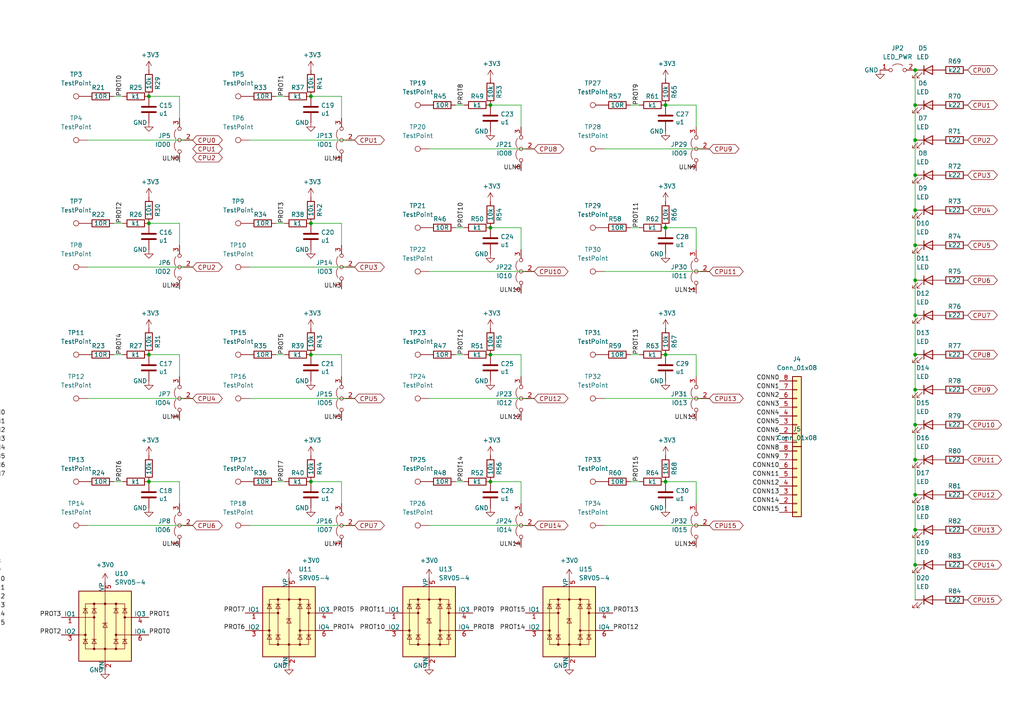
<source format=kicad_sch>
(kicad_sch (version 20211123) (generator eeschema)
  (paper "A4")
  (junction (at 265.43 102.87))
  (junction (at 142.24 66.04))
  (junction (at 265.43 123.19))
  (junction (at 265.43 20.32))
  (junction (at 193.04 102.87))
  (junction (at 142.24 139.7))
  (junction (at 193.04 66.04))
  (junction (at 142.24 102.87))
  (junction (at 43.18 64.77))
  (junction (at 265.43 40.64))
  (junction (at 265.43 50.8))
  (junction (at 90.17 64.77))
  (junction (at 265.43 133.35))
  (junction (at 265.43 81.28))
  (junction (at 193.04 139.7))
  (junction (at 265.43 30.48))
  (junction (at 90.17 102.87))
  (junction (at 90.17 139.7))
  (junction (at 265.43 143.51))
  (junction (at 265.43 113.03))
  (junction (at 193.04 30.48))
  (junction (at 90.17 27.94))
  (junction (at 43.18 102.87))
  (junction (at 265.43 71.12))
  (junction (at 142.24 30.48))
  (junction (at 43.18 27.94))
  (junction (at 43.18 139.7))
  (junction (at 265.43 91.44))
  (junction (at 265.43 163.83))
  (junction (at 265.43 153.67))
  (junction (at 265.43 60.96))
  (wire (pts (xy 124.46 78.74) (xy 154.94 78.74)))
  (wire (pts (xy 33.02 102.87) (xy 35.56 102.87)))
  (wire (pts (xy 90.17 64.77) (xy 99.06 64.77)))
  (wire (pts (xy 72.39 77.47) (xy 102.87 77.47)))
  (wire (pts (xy 265.43 20.32) (xy 265.43 30.48)))
  (wire (pts (xy 182.88 30.48) (xy 185.42 30.48)))
  (wire (pts (xy 151.13 36.83) (xy 151.13 30.48)))
  (wire (pts (xy 175.26 43.18) (xy 205.74 43.18)))
  (wire (pts (xy 25.4 115.57) (xy 55.88 115.57)))
  (wire (pts (xy 151.13 72.39) (xy 151.13 66.04)))
  (wire (pts (xy 265.43 163.83) (xy 265.43 173.99)))
  (wire (pts (xy 33.02 27.94) (xy 35.56 27.94)))
  (wire (pts (xy 43.18 102.87) (xy 52.07 102.87)))
  (wire (pts (xy 43.18 139.7) (xy 52.07 139.7)))
  (wire (pts (xy 124.46 152.4) (xy 154.94 152.4)))
  (wire (pts (xy 80.01 102.87) (xy 82.55 102.87)))
  (wire (pts (xy 182.88 139.7) (xy 185.42 139.7)))
  (wire (pts (xy 175.26 115.57) (xy 205.74 115.57)))
  (wire (pts (xy 80.01 139.7) (xy 82.55 139.7)))
  (wire (pts (xy 72.39 152.4) (xy 102.87 152.4)))
  (wire (pts (xy 182.88 66.04) (xy 185.42 66.04)))
  (wire (pts (xy 175.26 78.74) (xy 205.74 78.74)))
  (wire (pts (xy 193.04 66.04) (xy 201.93 66.04)))
  (wire (pts (xy 142.24 139.7) (xy 151.13 139.7)))
  (wire (pts (xy 193.04 30.48) (xy 201.93 30.48)))
  (wire (pts (xy 52.07 146.05) (xy 52.07 139.7)))
  (wire (pts (xy 99.06 109.22) (xy 99.06 102.87)))
  (wire (pts (xy 182.88 102.87) (xy 185.42 102.87)))
  (wire (pts (xy 265.43 123.19) (xy 265.43 133.35)))
  (wire (pts (xy 124.46 43.18) (xy 154.94 43.18)))
  (wire (pts (xy 43.18 64.77) (xy 52.07 64.77)))
  (wire (pts (xy 33.02 64.77) (xy 35.56 64.77)))
  (wire (pts (xy 265.43 60.96) (xy 265.43 71.12)))
  (wire (pts (xy 132.08 66.04) (xy 134.62 66.04)))
  (wire (pts (xy 193.04 102.87) (xy 201.93 102.87)))
  (wire (pts (xy 52.07 109.22) (xy 52.07 102.87)))
  (wire (pts (xy 99.06 146.05) (xy 99.06 139.7)))
  (wire (pts (xy 265.43 30.48) (xy 265.43 40.64)))
  (wire (pts (xy 132.08 139.7) (xy 134.62 139.7)))
  (wire (pts (xy 99.06 34.29) (xy 99.06 27.94)))
  (wire (pts (xy 265.43 133.35) (xy 265.43 143.51)))
  (wire (pts (xy 90.17 139.7) (xy 99.06 139.7)))
  (wire (pts (xy 265.43 91.44) (xy 265.43 102.87)))
  (wire (pts (xy 99.06 71.12) (xy 99.06 64.77)))
  (wire (pts (xy 193.04 139.7) (xy 201.93 139.7)))
  (wire (pts (xy 124.46 115.57) (xy 154.94 115.57)))
  (wire (pts (xy 265.43 50.8) (xy 265.43 60.96)))
  (wire (pts (xy 43.18 27.94) (xy 52.07 27.94)))
  (wire (pts (xy 132.08 102.87) (xy 134.62 102.87)))
  (wire (pts (xy 265.43 81.28) (xy 265.43 91.44)))
  (wire (pts (xy 142.24 30.48) (xy 151.13 30.48)))
  (wire (pts (xy 265.43 71.12) (xy 265.43 81.28)))
  (wire (pts (xy 25.4 152.4) (xy 55.88 152.4)))
  (wire (pts (xy 132.08 30.48) (xy 134.62 30.48)))
  (wire (pts (xy 201.93 109.22) (xy 201.93 102.87)))
  (wire (pts (xy 265.43 143.51) (xy 265.43 153.67)))
  (wire (pts (xy 80.01 64.77) (xy 82.55 64.77)))
  (wire (pts (xy 25.4 77.47) (xy 55.88 77.47)))
  (wire (pts (xy 72.39 40.64) (xy 102.87 40.64)))
  (wire (pts (xy 33.02 139.7) (xy 35.56 139.7)))
  (wire (pts (xy 201.93 36.83) (xy 201.93 30.48)))
  (wire (pts (xy 265.43 113.03) (xy 265.43 123.19)))
  (wire (pts (xy 52.07 71.12) (xy 52.07 64.77)))
  (wire (pts (xy 201.93 146.05) (xy 201.93 139.7)))
  (wire (pts (xy 265.43 40.64) (xy 265.43 50.8)))
  (wire (pts (xy 90.17 102.87) (xy 99.06 102.87)))
  (wire (pts (xy 151.13 109.22) (xy 151.13 102.87)))
  (wire (pts (xy 52.07 34.29) (xy 52.07 27.94)))
  (wire (pts (xy 151.13 146.05) (xy 151.13 139.7)))
  (wire (pts (xy 25.4 40.64) (xy 55.88 40.64)))
  (wire (pts (xy 201.93 72.39) (xy 201.93 66.04)))
  (wire (pts (xy 90.17 27.94) (xy 99.06 27.94)))
  (wire (pts (xy 142.24 102.87) (xy 151.13 102.87)))
  (wire (pts (xy 175.26 152.4) (xy 205.74 152.4)))
  (wire (pts (xy 72.39 115.57) (xy 102.87 115.57)))
  (wire (pts (xy 265.43 102.87) (xy 265.43 113.03)))
  (wire (pts (xy 80.01 27.94) (xy 82.55 27.94)))
  (wire (pts (xy 142.24 66.04) (xy 151.13 66.04)))
  (wire (pts (xy 265.43 153.67) (xy 265.43 163.83)))
  (label "ULN4" (at -25.4 130.81 180))
  (label "ULN9" (at -26.67 166.37 180))
  (label "CONN9" (at -6.35 166.37 0))
  (label "ULN11" (at 201.93 85.09 180))
  (label "CONN12" (at 226.06 140.97 180))
  (label "ULN2" (at -25.4 125.73 180))
  (label "ULN13" (at 201.93 121.92 180))
  (label "CONN13" (at -6.35 176.53 0))
  (label "ULN10" (at 151.13 85.09 180))
  (label "PROT1" (at 43.18 179.07 0))
  (label "ULN13" (at -26.67 176.53 180))
  (label "CONN0" (at -5.08 120.65 0))
  (label "CONN3" (at -5.08 128.27 0))
  (label "CONN5" (at 226.06 123.19 180))
  (label "PROT8" (at 137.16 182.88 0))
  (label "CONN3" (at 226.06 118.11 180))
  (label "PROT4" (at 35.56 102.87 90))
  (label "ULN3" (at 99.06 83.82 180))
  (label "CONN14" (at 226.06 146.05 180))
  (label "CONN14" (at -6.35 179.07 0))
  (label "CONN7" (at -5.08 138.43 0))
  (label "ULN7" (at -25.4 138.43 180))
  (label "PROT10" (at 134.62 66.04 90))
  (label "ULN8" (at 151.13 49.53 180))
  (label "ULN3" (at -25.4 128.27 180))
  (label "ULN8" (at -26.67 163.83 180))
  (label "ULN15" (at 201.93 158.75 180))
  (label "ULN12" (at 151.13 121.92 180))
  (label "CONN10" (at -6.35 168.91 0))
  (label "CONN2" (at 226.06 115.57 180))
  (label "CONN6" (at 226.06 125.73 180))
  (label "CONN8" (at 226.06 130.81 180))
  (label "PROT5" (at 82.55 102.87 90))
  (label "CONN11" (at 226.06 138.43 180))
  (label "ULN9" (at 201.93 49.53 180))
  (label "PROT6" (at 71.12 182.88 180))
  (label "CONN11" (at -6.35 171.45 0))
  (label "ULN14" (at -26.67 179.07 180))
  (label "PROT12" (at 177.8 182.88 0))
  (label "ULN1" (at -25.4 123.19 180))
  (label "ULN11" (at -26.67 171.45 180))
  (label "PROT0" (at 43.18 184.15 0))
  (label "CONN12" (at -6.35 173.99 0))
  (label "PROT11" (at 111.76 177.8 180))
  (label "PROT6" (at 35.56 139.7 90))
  (label "PROT5" (at 96.52 177.8 0))
  (label "CONN1" (at -5.08 123.19 0))
  (label "ULN0" (at -25.4 120.65 180))
  (label "CONN15" (at -6.35 181.61 0))
  (label "ULN7" (at 99.06 158.75 180))
  (label "CONN1" (at 226.06 113.03 180))
  (label "CONN13" (at 226.06 143.51 180))
  (label "CPU3" (at 89.535 214.63 180))
  (label "ULN5" (at 99.06 121.92 180))
  (label "ULN0" (at 52.07 46.99 180))
  (label "CONN10" (at 226.06 135.89 180))
  (label "CONN6" (at -5.08 135.89 0))
  (label "PROT0" (at 35.56 27.94 90))
  (label "CONN4" (at 226.06 120.65 180))
  (label "CPU4" (at 89.535 219.71 180))
  (label "PROT11" (at 185.42 66.04 90))
  (label "PROT3" (at 82.55 64.77 90))
  (label "PROT14" (at 134.62 139.7 90))
  (label "ULN1" (at 99.06 46.99 180))
  (label "PROT15" (at 185.42 139.7 90))
  (label "CONN0" (at 226.06 110.49 180))
  (label "PROT14" (at 152.4 182.88 180))
  (label "CONN8" (at -6.35 163.83 0))
  (label "PROT2" (at 35.56 64.77 90))
  (label "PROT12" (at 134.62 102.87 90))
  (label "PROT15" (at 152.4 177.8 180))
  (label "PROT10" (at 111.76 182.88 180))
  (label "PROT4" (at 96.52 182.88 0))
  (label "CONN15" (at 226.06 148.59 180))
  (label "PROT8" (at 134.62 30.48 90))
  (label "PROT7" (at 71.12 177.8 180))
  (label "PROT13" (at 177.8 177.8 0))
  (label "ULN5" (at -25.4 133.35 180))
  (label "PROT3" (at 17.78 179.07 180))
  (label "ULN6" (at -25.4 135.89 180))
  (label "CONN7" (at 226.06 128.27 180))
  (label "ULN4" (at 52.07 121.92 180))
  (label "PROT13" (at 185.42 102.87 90))
  (label "CONN5" (at -5.08 133.35 0))
  (label "PROT1" (at 82.55 27.94 90))
  (label "PROT2" (at 17.78 184.15 180))
  (label "ULN10" (at -26.67 168.91 180))
  (label "CONN4" (at -5.08 130.81 0))
  (label "PROT9" (at 185.42 30.48 90))
  (label "PROT7" (at 82.55 139.7 90))
  (label "CONN2" (at -5.08 125.73 0))
  (label "ULN14" (at 151.13 158.75 180))
  (label "CONN9" (at 226.06 133.35 180))
  (label "ULN12" (at -26.67 173.99 180))
  (label "ULN15" (at -26.67 181.61 180))
  (label "ULN6" (at 52.07 158.75 180))
  (label "PROT9" (at 137.16 177.8 0))
  (label "ULN2" (at 52.07 83.82 180))
  (global_label "CPU8" (shape bidirectional) (at 154.94 43.18 0) (property "Intersheet References" "${INTERSHEET_REFS}" (effects hide)))
  (global_label "CPU5" (shape bidirectional) (at 280.67 71.12 0) (property "Intersheet References" "${INTERSHEET_REFS}" (effects hide)))
  (global_label "CPU6" (shape bidirectional) (at 55.88 152.4 0) (property "Intersheet References" "${INTERSHEET_REFS}" (effects hide)))
  (global_label "CPU3" (shape bidirectional) (at 280.67 50.8 0) (property "Intersheet References" "${INTERSHEET_REFS}" (effects hide)))
  (global_label "CPU9" (shape bidirectional) (at 205.74 43.18 0) (property "Intersheet References" "${INTERSHEET_REFS}" (effects hide)))
  (global_label "CPU9" (shape bidirectional) (at 280.67 113.03 0) (property "Intersheet References" "${INTERSHEET_REFS}" (effects hide)))
  (global_label "CPU0" (shape bidirectional) (at 55.88 40.64 0) (property "Intersheet References" "${INTERSHEET_REFS}" (effects hide)))
  (global_label "CPU2" (shape bidirectional) (at 55.88 77.47 0) (property "Intersheet References" "${INTERSHEET_REFS}" (effects hide)))
  (global_label "CPU13" (shape bidirectional) (at 205.74 115.57 0) (property "Intersheet References" "${INTERSHEET_REFS}" (effects hide)))
  (global_label "CPU5" (shape bidirectional) (at 102.87 115.57 0) (property "Intersheet References" "${INTERSHEET_REFS}" (effects hide)))
  (global_label "CPU1" (shape bidirectional) (at 55.88 43.18 0) (property "Intersheet References" "${INTERSHEET_REFS}" (effects hide)))
  (global_label "CPU6" (shape bidirectional) (at 280.67 81.28 0) (property "Intersheet References" "${INTERSHEET_REFS}" (effects hide)))
  (global_label "CPU7" (shape bidirectional) (at 280.67 91.44 0) (property "Intersheet References" "${INTERSHEET_REFS}" (effects hide)))
  (global_label "CPU4" (shape bidirectional) (at 55.88 115.57 0) (property "Intersheet References" "${INTERSHEET_REFS}" (effects hide)))
  (global_label "CPU0" (shape bidirectional) (at 280.67 20.32 0) (property "Intersheet References" "${INTERSHEET_REFS}" (effects hide)))
  (global_label "CPU14" (shape bidirectional) (at 154.94 152.4 0) (property "Intersheet References" "${INTERSHEET_REFS}" (effects hide)))
  (global_label "CPU12" (shape bidirectional) (at 280.67 143.51 0) (property "Intersheet References" "${INTERSHEET_REFS}" (effects hide)))
  (global_label "CPU15" (shape bidirectional) (at 205.74 152.4 0) (property "Intersheet References" "${INTERSHEET_REFS}" (effects hide)))
  (global_label "CPU8" (shape bidirectional) (at 280.67 102.87 0) (property "Intersheet References" "${INTERSHEET_REFS}" (effects hide)))
  (global_label "CPU11" (shape bidirectional) (at 280.67 133.35 0) (property "Intersheet References" "${INTERSHEET_REFS}" (effects hide)))
  (global_label "CPU15" (shape bidirectional) (at 280.67 173.99 0) (property "Intersheet References" "${INTERSHEET_REFS}" (effects hide)))
  (global_label "CPU1" (shape bidirectional) (at 102.87 40.64 0) (property "Intersheet References" "${INTERSHEET_REFS}" (effects hide)))
  (global_label "CPU1" (shape bidirectional) (at 280.67 30.48 0) (property "Intersheet References" "${INTERSHEET_REFS}" (effects hide)))
  (global_label "CPU10" (shape bidirectional) (at 154.94 78.74 0) (property "Intersheet References" "${INTERSHEET_REFS}" (effects hide)))
  (global_label "CPU12" (shape bidirectional) (at 154.94 115.57 0) (property "Intersheet References" "${INTERSHEET_REFS}" (effects hide)))
  (global_label "CPU4" (shape bidirectional) (at 280.67 60.96 0) (property "Intersheet References" "${INTERSHEET_REFS}" (effects hide)))
  (global_label "CPU3" (shape bidirectional) (at 102.87 77.47 0) (property "Intersheet References" "${INTERSHEET_REFS}" (effects hide)))
  (global_label "CPU14" (shape bidirectional) (at 280.67 163.83 0) (property "Intersheet References" "${INTERSHEET_REFS}" (effects hide)))
  (global_label "CPU11" (shape bidirectional) (at 205.74 78.74 0) (property "Intersheet References" "${INTERSHEET_REFS}" (effects hide)))
  (global_label "CPU7" (shape bidirectional) (at 102.87 152.4 0) (property "Intersheet References" "${INTERSHEET_REFS}" (effects hide)))
  (global_label "CPU10" (shape bidirectional) (at 280.67 123.19 0) (property "Intersheet References" "${INTERSHEET_REFS}" (effects hide)))
  (global_label "CPU2" (shape bidirectional) (at 280.67 40.64 0) (property "Intersheet References" "${INTERSHEET_REFS}" (effects hide)))
  (global_label "CPU2" (shape bidirectional) (at 55.88 45.72 0) (property "Intersheet References" "${INTERSHEET_REFS}" (effects hide)))
  (global_label "CPU13" (shape bidirectional) (at 280.67 153.67 0) (property "Intersheet References" "${INTERSHEET_REFS}" (effects hide)))
  (symbol (lib_id "Device:R") (at 76.2 102.87 270) (unit 1)
    (property "Reference" "R35" (at 77.47 100.33 90) (effects (justify right)))
    (property "Value" "10R" (at 76.2 102.87 90))
    (property "Footprint" "Resistor_SMD:R_0402_1005Metric" (effects hide))
  )
  (symbol (lib_id "power:+24V") (at -6.35 161.29 0) (unit 1)
    (property "Reference" "#PWR0160" (effects hide))
    (property "Value" "+24V" (at -6.35 156.21 0))
  )
  (symbol (lib_id "power:+3V3") (at 90.17 132.08 0) (unit 1)
    (property "Reference" "#PWR0144" (effects hide))
    (property "Value" "+3V3" (at 90.551 127.6858 0))
  )
  (symbol (lib_id "power:+3V3") (at 142.24 58.42 0) (unit 1)
    (property "Reference" "#PWR0182" (effects hide))
    (property "Value" "+3V3" (at 142.621 54.0258 0))
  )
  (symbol (lib_id "Connector:TestPoint") (at 25.4 139.7 90) (mirror x) (unit 1)
    (property "Reference" "TP13" (at 22.098 133.35 90))
    (property "Value" "TestPoint" (at 22.098 135.89 90))
    (property "Footprint" "liebler_PASSIVES:SolderJumper-3_forMCConnector" (effects hide))
  )
  (symbol (lib_id "Jumper:Jumper_3_Open") (at 52.07 40.64 90) (unit 1)
    (property "Reference" "JP5" (at 49.53 39.3699 90) (effects (justify left)))
    (property "Value" "IO00" (at 49.53 41.9099 90) (effects (justify left)))
    (property "Footprint" "liebler_PASSIVES:SolderJumper-3_P1.3mm_Open_RoundedPad1.0x1.5mm_smaller" (effects hide))
  )
  (symbol (lib_id "power:GND") (at 43.18 110.49 0) (unit 1)
    (property "Reference" "#PWR0142" (effects hide))
    (property "Value" "GND" (at 40.64 110.49 0))
  )
  (symbol (lib_id "Device:R") (at 76.2 139.7 270) (unit 1)
    (property "Reference" "R36" (at 77.47 137.16 90) (effects (justify right)))
    (property "Value" "10R" (at 76.2 139.7 90))
    (property "Footprint" "Resistor_SMD:R_0402_1005Metric" (effects hide))
  )
  (symbol (lib_id "Device:LED") (at 269.24 50.8 0) (unit 1)
    (property "Reference" "D8" (at 267.6525 44.45 0))
    (property "Value" "LED" (at 267.6525 46.99 0))
    (property "Footprint" "liebler_OPTO:LED_1606" (effects hide))
  )
  (symbol (lib_id "power:+3V3") (at 142.24 22.86 0) (unit 1)
    (property "Reference" "#PWR0184" (effects hide))
    (property "Value" "+3V3" (at 142.621 18.4658 0))
  )
  (symbol (lib_id "Jumper:Jumper_3_Open") (at 151.13 78.74 90) (unit 1)
    (property "Reference" "JP22" (at 148.59 77.4699 90) (effects (justify left)))
    (property "Value" "IO10" (at 148.59 80.0099 90) (effects (justify left)))
    (property "Footprint" "liebler_PASSIVES:SolderJumper-3_P1.3mm_Open_RoundedPad1.0x1.5mm_smaller" (effects hide))
  )
  (symbol (lib_id "Device:C") (at 193.04 106.68 0) (unit 1)
    (property "Reference" "C29" (at 195.961 105.5116 0) (effects (justify left)))
    (property "Value" "u1" (at 195.961 107.823 0) (effects (justify left)))
    (property "Footprint" "Capacitor_SMD:C_0402_1005Metric" (effects hide))
  )
  (symbol (lib_id "power:GND") (at 193.04 110.49 0) (unit 1)
    (property "Reference" "#PWR0173" (effects hide))
    (property "Value" "GND" (at 190.5 110.49 0))
  )
  (symbol (lib_id "power:GND") (at 90.17 110.49 0) (unit 1)
    (property "Reference" "#PWR0143" (effects hide))
    (property "Value" "GND" (at 87.63 110.49 0))
  )
  (symbol (lib_id "Transistor_Array:ULN2803A") (at -16.51 168.91 0) (unit 1)
    (property "Reference" "U8" (at -16.51 153.67 0))
    (property "Value" "ULN2803A" (at -16.51 156.21 0))
    (property "Footprint" "Package_SO:SOIC-18W_7.5x11.6mm_P1.27mm" (effects hide))
    (property "Datasheet" "http://www.ti.com/lit/ds/symlink/uln2803a.pdf" (effects hide))
  )
  (symbol (lib_id "power:GND") (at 142.24 73.66 0) (unit 1)
    (property "Reference" "#PWR0181" (effects hide))
    (property "Value" "GND" (at 139.7 73.66 0))
  )
  (symbol (lib_id "Device:LED") (at 269.24 153.67 0) (unit 1)
    (property "Reference" "D18" (at 267.6525 147.32 0))
    (property "Value" "LED" (at 267.6525 149.86 0))
    (property "Footprint" "liebler_OPTO:LED_1606" (effects hide))
  )
  (symbol (lib_id "power:GND") (at 255.27 20.32 0) (unit 1)
    (property "Reference" "#PWR03" (effects hide))
    (property "Value" "GND" (at 252.73 20.32 0))
  )
  (symbol (lib_id "Device:C") (at 193.04 143.51 0) (unit 1)
    (property "Reference" "C30" (at 195.961 142.3416 0) (effects (justify left)))
    (property "Value" "u1" (at 195.961 144.653 0) (effects (justify left)))
    (property "Footprint" "Capacitor_SMD:C_0402_1005Metric" (effects hide))
  )
  (symbol (lib_id "Connector_Generic:Conn_01x08") (at 231.14 120.65 0) (mirror x) (unit 1)
    (property "Reference" "J4" (at 231.14 104.14 0))
    (property "Value" "Conn_01x08" (at 231.14 106.68 0))
    (property "Footprint" "liebler_CONN:KF141R-8p" (effects hide))
  )
  (symbol (lib_id "Device:C") (at 90.17 106.68 0) (unit 1)
    (property "Reference" "C21" (at 93.091 105.5116 0) (effects (justify left)))
    (property "Value" "u1" (at 93.091 107.823 0) (effects (justify left)))
    (property "Footprint" "Capacitor_SMD:C_0402_1005Metric" (effects hide))
  )
  (symbol (lib_id "Device:C") (at 193.04 34.29 0) (unit 1)
    (property "Reference" "C27" (at 195.961 33.1216 0) (effects (justify left)))
    (property "Value" "u1" (at 195.961 35.433 0) (effects (justify left)))
    (property "Footprint" "Capacitor_SMD:C_0402_1005Metric" (effects hide))
  )
  (symbol (lib_id "power:GND") (at 142.24 147.32 0) (unit 1)
    (property "Reference" "#PWR0154" (effects hide))
    (property "Value" "GND" (at 139.7 147.32 0))
  )
  (symbol (lib_id "Device:R") (at 90.17 24.13 180) (unit 1)
    (property "Reference" "R41" (at 92.71 24.13 90))
    (property "Value" "10k" (at 90.17 24.13 90))
    (property "Footprint" "Resistor_SMD:R_0402_1005Metric" (effects hide))
  )
  (symbol (lib_id "Device:R") (at 276.86 50.8 270) (unit 1)
    (property "Reference" "R72" (at 276.86 48.26 90))
    (property "Value" "k22" (at 276.86 50.8 90))
    (property "Footprint" "Resistor_SMD:R_0402_1005Metric" (effects hide))
  )
  (symbol (lib_id "power:+3V3") (at 90.17 57.15 0) (unit 1)
    (property "Reference" "#PWR0178" (effects hide))
    (property "Value" "+3V3" (at 90.551 52.7558 0))
  )
  (symbol (lib_id "Device:R") (at 276.86 143.51 270) (unit 1)
    (property "Reference" "R81" (at 276.86 140.97 90))
    (property "Value" "k22" (at 276.86 143.51 90))
    (property "Footprint" "Resistor_SMD:R_0402_1005Metric" (effects hide))
  )
  (symbol (lib_id "Device:C") (at 193.04 69.85 0) (unit 1)
    (property "Reference" "C28" (at 195.961 68.6816 0) (effects (justify left)))
    (property "Value" "u1" (at 195.961 70.993 0) (effects (justify left)))
    (property "Footprint" "Capacitor_SMD:C_0402_1005Metric" (effects hide))
  )
  (symbol (lib_id "power:+3V3") (at 193.04 132.08 0) (unit 1)
    (property "Reference" "#PWR0171" (effects hide))
    (property "Value" "+3V3" (at 193.421 127.6858 0))
  )
  (symbol (lib_id "Device:C") (at 142.24 34.29 0) (unit 1)
    (property "Reference" "C23" (at 145.161 33.1216 0) (effects (justify left)))
    (property "Value" "u1" (at 145.161 35.433 0) (effects (justify left)))
    (property "Footprint" "Capacitor_SMD:C_0402_1005Metric" (effects hide))
  )
  (symbol (lib_id "Jumper:Jumper_3_Open") (at 99.06 152.4 90) (unit 1)
    (property "Reference" "JP16" (at 96.52 151.1299 90) (effects (justify left)))
    (property "Value" "IO07" (at 96.52 153.6699 90) (effects (justify left)))
    (property "Footprint" "liebler_PASSIVES:SolderJumper-3_P1.3mm_Open_RoundedPad1.0x1.5mm_smaller" (effects hide))
  )
  (symbol (lib_id "Connector:TestPoint") (at 175.26 30.48 90) (mirror x) (unit 1)
    (property "Reference" "TP27" (at 171.958 24.13 90))
    (property "Value" "TestPoint" (at 171.958 26.67 90))
    (property "Footprint" "liebler_PASSIVES:SolderJumper-3_forMCConnector" (effects hide))
  )
  (symbol (lib_id "Device:R") (at 142.24 62.23 180) (unit 1)
    (property "Reference" "R54" (at 144.78 62.23 90))
    (property "Value" "10k" (at 142.24 62.23 90))
    (property "Footprint" "Resistor_SMD:R_0402_1005Metric" (effects hide))
  )
  (symbol (lib_id "Transistor_Array:ULN2803A") (at -15.24 125.73 0) (unit 1)
    (property "Reference" "U9" (at -15.24 110.49 0))
    (property "Value" "ULN2803A" (at -15.24 113.03 0))
    (property "Footprint" "Package_SO:SOIC-18W_7.5x11.6mm_P1.27mm" (effects hide))
    (property "Datasheet" "http://www.ti.com/lit/ds/symlink/uln2803a.pdf" (effects hide))
  )
  (symbol (lib_id "Connector:TestPoint") (at 72.39 64.77 90) (mirror x) (unit 1)
    (property "Reference" "TP9" (at 69.088 58.42 90))
    (property "Value" "TestPoint" (at 69.088 60.96 90))
    (property "Footprint" "liebler_PASSIVES:SolderJumper-3_forMCConnector" (effects hide))
  )
  (symbol (lib_id "power:GND") (at 193.04 38.1 0) (unit 1)
    (property "Reference" "#PWR0185" (effects hide))
    (property "Value" "GND" (at 190.5 38.1 0))
  )
  (symbol (lib_id "Jumper:Jumper_2_Open") (at 260.35 20.32 0) (unit 1)
    (property "Reference" "JP2" (at 260.35 13.97 0))
    (property "Value" "LED_PWR" (at 260.35 16.51 0))
    (property "Footprint" "Jumper:SolderJumper-2_P1.3mm_Open_RoundedPad1.0x1.5mm" (effects hide))
  )
  (symbol (lib_id "Power_Protection:SRV05-4") (at 165.1 180.34 0) (unit 1)
    (property "Reference" "U15" (at 167.8687 165.1 0) (effects (justify left)))
    (property "Value" "SRV05-4" (at 167.8687 167.64 0) (effects (justify left)))
    (property "Footprint" "liebler_SEMICONDUCTORS:SOT-23-6-spezial" (effects hide))
    (property "Datasheet" "http://www.onsemi.com/pub/Collateral/SRV05-4-D.PDF" (effects hide))
  )
  (symbol (lib_id "Device:LED") (at 269.24 91.44 0) (unit 1)
    (property "Reference" "D12" (at 267.6525 85.09 0))
    (property "Value" "LED" (at 267.6525 87.63 0))
    (property "Footprint" "liebler_OPTO:LED_1606" (effects hide))
  )
  (symbol (lib_id "power:+3V0") (at 30.48 168.91 0) (unit 1)
    (property "Reference" "#PWR0158" (effects hide))
    (property "Value" "+3V0" (at 30.48 163.83 0))
  )
  (symbol (lib_id "Device:R") (at 179.07 139.7 270) (unit 1)
    (property "Reference" "R60" (at 180.34 137.16 90) (effects (justify right)))
    (property "Value" "10R" (at 179.07 139.7 90))
    (property "Footprint" "Resistor_SMD:R_0402_1005Metric" (effects hide))
  )
  (symbol (lib_id "Device:R") (at 39.37 139.7 270) (unit 1)
    (property "Reference" "R28" (effects hide))
    (property "Value" "k1" (at 39.37 139.7 90))
    (property "Footprint" "Resistor_SMD:R_0402_1005Metric" (effects hide))
  )
  (symbol (lib_id "Device:R") (at 142.24 26.67 180) (unit 1)
    (property "Reference" "R53" (at 144.78 26.67 90))
    (property "Value" "10k" (at 142.24 26.67 90))
    (property "Footprint" "Resistor_SMD:R_0402_1005Metric" (effects hide))
  )
  (symbol (lib_id "Connector:TestPoint") (at 72.39 152.4 90) (unit 1)
    (property "Reference" "TP18" (at 69.088 146.05 90))
    (property "Value" "TestPoint" (at 69.088 148.59 90))
    (property "Footprint" "liebler_PASSIVES:SolderJumper-3_forMCConnector" (effects hide))
  )
  (symbol (lib_id "Connector:TestPoint") (at 124.46 30.48 90) (mirror x) (unit 1)
    (property "Reference" "TP19" (at 121.158 24.13 90))
    (property "Value" "TestPoint" (at 121.158 26.67 90))
    (property "Footprint" "liebler_PASSIVES:SolderJumper-3_forMCConnector" (effects hide))
  )
  (symbol (lib_id "Connector:TestPoint") (at 175.26 115.57 90) (unit 1)
    (property "Reference" "TP32" (at 171.958 109.22 90))
    (property "Value" "TestPoint" (at 171.958 111.76 90))
    (property "Footprint" "liebler_PASSIVES:SolderJumper-3_forMCConnector" (effects hide))
  )
  (symbol (lib_id "Device:R") (at 90.17 135.89 180) (unit 1)
    (property "Reference" "R44" (at 92.71 135.89 90))
    (property "Value" "10k" (at 90.17 135.89 90))
    (property "Footprint" "Resistor_SMD:R_0402_1005Metric" (effects hide))
  )
  (symbol (lib_id "power:+3V0") (at 165.1 167.64 0) (unit 1)
    (property "Reference" "#PWR0169" (effects hide))
    (property "Value" "+3V0" (at 165.1 162.56 0))
  )
  (symbol (lib_id "Connector:TestPoint") (at 124.46 43.18 90) (unit 1)
    (property "Reference" "TP20" (at 121.158 36.83 90))
    (property "Value" "TestPoint" (at 121.158 39.37 90))
    (property "Footprint" "liebler_PASSIVES:SolderJumper-3_forMCConnector" (effects hide))
  )
  (symbol (lib_id "power:+24V") (at -5.08 118.11 0) (unit 1)
    (property "Reference" "#PWR0161" (effects hide))
    (property "Value" "+24V" (at -5.08 113.03 0))
  )
  (symbol (lib_id "Device:R") (at 138.43 139.7 270) (unit 1)
    (property "Reference" "R52" (at 138.43 137.16 90))
    (property "Value" "k1" (at 138.43 139.7 90))
    (property "Footprint" "Resistor_SMD:R_0402_1005Metric" (effects hide))
  )
  (symbol (lib_id "Device:C") (at 43.18 106.68 0) (unit 1)
    (property "Reference" "C17" (at 46.101 105.5116 0) (effects (justify left)))
    (property "Value" "u1" (at 46.101 107.823 0) (effects (justify left)))
    (property "Footprint" "Capacitor_SMD:C_0402_1005Metric" (effects hide))
  )
  (symbol (lib_id "Device:C") (at 90.17 143.51 0) (unit 1)
    (property "Reference" "C22" (at 93.091 142.3416 0) (effects (justify left)))
    (property "Value" "u1" (at 93.091 144.653 0) (effects (justify left)))
    (property "Footprint" "Capacitor_SMD:C_0402_1005Metric" (effects hide))
  )
  (symbol (lib_id "power:GND") (at 193.04 147.32 0) (unit 1)
    (property "Reference" "#PWR0170" (effects hide))
    (property "Value" "GND" (at 190.5 147.32 0))
  )
  (symbol (lib_id "power:+3V3") (at 142.24 132.08 0) (unit 1)
    (property "Reference" "#PWR0155" (effects hide))
    (property "Value" "+3V3" (at 142.621 127.6858 0))
  )
  (symbol (lib_id "power:+3V3") (at 43.18 20.32 0) (unit 1)
    (property "Reference" "#PWR0177" (effects hide))
    (property "Value" "+3V3" (at 43.561 15.9258 0))
  )
  (symbol (lib_id "Device:R") (at 179.07 102.87 270) (unit 1)
    (property "Reference" "R59" (at 180.34 100.33 90) (effects (justify right)))
    (property "Value" "10R" (at 179.07 102.87 90))
    (property "Footprint" "Resistor_SMD:R_0402_1005Metric" (effects hide))
  )
  (symbol (lib_id "Device:R") (at 193.04 62.23 180) (unit 1)
    (property "Reference" "R66" (at 195.58 62.23 90))
    (property "Value" "10k" (at 193.04 62.23 90))
    (property "Footprint" "Resistor_SMD:R_0402_1005Metric" (effects hide))
  )
  (symbol (lib_id "Device:R") (at 276.86 123.19 270) (unit 1)
    (property "Reference" "R79" (at 276.86 120.65 90))
    (property "Value" "k22" (at 276.86 123.19 90))
    (property "Footprint" "Resistor_SMD:R_0402_1005Metric" (effects hide))
  )
  (symbol (lib_id "Connector:TestPoint") (at 124.46 115.57 90) (unit 1)
    (property "Reference" "TP24" (at 121.158 109.22 90))
    (property "Value" "TestPoint" (at 121.158 111.76 90))
    (property "Footprint" "liebler_PASSIVES:SolderJumper-3_forMCConnector" (effects hide))
  )
  (symbol (lib_id "Device:R") (at 276.86 40.64 270) (unit 1)
    (property "Reference" "R71" (at 276.86 38.1 90))
    (property "Value" "k22" (at 276.86 40.64 90))
    (property "Footprint" "Resistor_SMD:R_0402_1005Metric" (effects hide))
  )
  (symbol (lib_id "Jumper:Jumper_3_Open") (at 99.06 115.57 90) (unit 1)
    (property "Reference" "JP15" (at 96.52 114.2999 90) (effects (justify left)))
    (property "Value" "IO05" (at 96.52 116.8399 90) (effects (justify left)))
    (property "Footprint" "liebler_PASSIVES:SolderJumper-3_P1.3mm_Open_RoundedPad1.0x1.5mm_smaller" (effects hide))
  )
  (symbol (lib_id "Jumper:Jumper_3_Open") (at 201.93 78.74 90) (unit 1)
    (property "Reference" "JP30" (at 199.39 77.4699 90) (effects (justify left)))
    (property "Value" "IO11" (at 199.39 80.0099 90) (effects (justify left)))
    (property "Footprint" "liebler_PASSIVES:SolderJumper-3_P1.3mm_Open_RoundedPad1.0x1.5mm_smaller" (effects hide))
  )
  (symbol (lib_id "Device:R") (at 43.18 135.89 180) (unit 1)
    (property "Reference" "R32" (effects hide))
    (property "Value" "10k" (at 43.18 135.89 90))
    (property "Footprint" "Resistor_SMD:R_0402_1005Metric" (effects hide))
  )
  (symbol (lib_id "Device:LED") (at 269.24 163.83 0) (unit 1)
    (property "Reference" "D19" (at 267.6525 157.48 0))
    (property "Value" "LED" (at 267.6525 160.02 0))
    (property "Footprint" "liebler_OPTO:LED_1606" (effects hide))
  )
  (symbol (lib_id "Jumper:Jumper_3_Open") (at 99.06 77.47 90) (unit 1)
    (property "Reference" "JP14" (at 96.52 76.1999 90) (effects (justify left)))
    (property "Value" "IO03" (at 96.52 78.7399 90) (effects (justify left)))
    (property "Footprint" "liebler_PASSIVES:SolderJumper-3_P1.3mm_Open_RoundedPad1.0x1.5mm_smaller" (effects hide))
  )
  (symbol (lib_id "Device:R") (at 39.37 64.77 270) (unit 1)
    (property "Reference" "R26" (at 39.37 62.23 90))
    (property "Value" "k1" (at 39.37 64.77 90))
    (property "Footprint" "Resistor_SMD:R_0402_1005Metric" (effects hide))
  )
  (symbol (lib_id "power:GND") (at 43.18 35.56 0) (unit 1)
    (property "Reference" "#PWR0176" (effects hide))
    (property "Value" "GND" (at 40.64 35.56 0))
  )
  (symbol (lib_id "Connector:TestPoint") (at 72.39 102.87 90) (mirror x) (unit 1)
    (property "Reference" "TP15" (at 69.088 96.52 90))
    (property "Value" "TestPoint" (at 69.088 99.06 90))
    (property "Footprint" "liebler_PASSIVES:SolderJumper-3_forMCConnector" (effects hide))
  )
  (symbol (lib_id "Connector:TestPoint") (at 72.39 77.47 90) (unit 1)
    (property "Reference" "TP10" (at 69.088 71.12 90))
    (property "Value" "TestPoint" (at 69.088 73.66 90))
    (property "Footprint" "liebler_PASSIVES:SolderJumper-3_forMCConnector" (effects hide))
  )
  (symbol (lib_id "Connector:TestPoint") (at 25.4 27.94 90) (mirror x) (unit 1)
    (property "Reference" "TP3" (at 22.098 21.59 90))
    (property "Value" "TestPoint" (at 22.098 24.13 90))
    (property "Footprint" "liebler_PASSIVES:SolderJumper-3_forMCConnector" (effects hide))
  )
  (symbol (lib_id "power:+3V3") (at 193.04 95.25 0) (unit 1)
    (property "Reference" "#PWR0174" (effects hide))
    (property "Value" "+3V3" (at 193.421 90.8558 0))
  )
  (symbol (lib_id "Device:C") (at 142.24 106.68 0) (unit 1)
    (property "Reference" "C25" (at 145.161 105.5116 0) (effects (justify left)))
    (property "Value" "u1" (at 145.161 107.823 0) (effects (justify left)))
    (property "Footprint" "Capacitor_SMD:C_0402_1005Metric" (effects hide))
  )
  (symbol (lib_id "Device:LED") (at 269.24 71.12 0) (unit 1)
    (property "Reference" "D10" (at 267.6525 64.77 0))
    (property "Value" "LED" (at 267.6525 67.31 0))
    (property "Footprint" "liebler_OPTO:LED_1606" (effects hide))
  )
  (symbol (lib_id "Connector:TestPoint") (at 72.39 115.57 90) (unit 1)
    (property "Reference" "TP16" (at 69.088 109.22 90))
    (property "Value" "TestPoint" (at 69.088 111.76 90))
    (property "Footprint" "liebler_PASSIVES:SolderJumper-3_forMCConnector" (effects hide))
  )
  (symbol (lib_id "Connector:TestPoint") (at 25.4 115.57 90) (unit 1)
    (property "Reference" "TP12" (at 22.098 109.22 90))
    (property "Value" "TestPoint" (at 22.098 111.76 90))
    (property "Footprint" "liebler_PASSIVES:SolderJumper-3_forMCConnector" (effects hide))
  )
  (symbol (lib_id "Device:R") (at 189.23 139.7 270) (unit 1)
    (property "Reference" "R64" (at 189.23 137.16 90))
    (property "Value" "k1" (at 189.23 139.7 90))
    (property "Footprint" "Resistor_SMD:R_0402_1005Metric" (effects hide))
  )
  (symbol (lib_id "Connector:TestPoint") (at 72.39 139.7 90) (mirror x) (unit 1)
    (property "Reference" "TP17" (at 69.088 133.35 90))
    (property "Value" "TestPoint" (at 69.088 135.89 90))
    (property "Footprint" "liebler_PASSIVES:SolderJumper-3_forMCConnector" (effects hide))
  )
  (symbol (lib_id "Device:C") (at 43.18 68.58 0) (unit 1)
    (property "Reference" "C16" (at 46.101 67.4116 0) (effects (justify left)))
    (property "Value" "u1" (at 46.101 69.723 0) (effects (justify left)))
    (property "Footprint" "Capacitor_SMD:C_0402_1005Metric" (effects hide))
  )
  (symbol (lib_id "power:+3V3") (at 90.17 20.32 0) (unit 1)
    (property "Reference" "#PWR0175" (effects hide))
    (property "Value" "+3V3" (at 90.551 15.9258 0))
  )
  (symbol (lib_id "Device:LED") (at 269.24 173.99 0) (unit 1)
    (property "Reference" "D20" (at 267.6525 167.64 0))
    (property "Value" "LED" (at 267.6525 170.18 0))
    (property "Footprint" "liebler_OPTO:LED_1606" (effects hide))
  )
  (symbol (lib_id "Device:LED") (at 269.24 81.28 0) (unit 1)
    (property "Reference" "D11" (at 267.6525 74.93 0))
    (property "Value" "LED" (at 267.6525 77.47 0))
    (property "Footprint" "liebler_OPTO:LED_1606" (effects hide))
  )
  (symbol (lib_id "Connector:TestPoint") (at 25.4 102.87 90) (mirror x) (unit 1)
    (property "Reference" "TP11" (at 22.098 96.52 90))
    (property "Value" "TestPoint" (at 22.098 99.06 90))
    (property "Footprint" "liebler_PASSIVES:SolderJumper-3_forMCConnector" (effects hide))
  )
  (symbol (lib_id "Device:R") (at 193.04 26.67 180) (unit 1)
    (property "Reference" "R65" (at 195.58 26.67 90))
    (property "Value" "10k" (at 193.04 26.67 90))
    (property "Footprint" "Resistor_SMD:R_0402_1005Metric" (effects hide))
  )
  (symbol (lib_id "Connector:TestPoint") (at 175.26 78.74 90) (unit 1)
    (property "Reference" "TP30" (at 171.958 72.39 90))
    (property "Value" "TestPoint" (at 171.958 74.93 90))
    (property "Footprint" "liebler_PASSIVES:SolderJumper-3_forMCConnector" (effects hide))
  )
  (symbol (lib_id "Connector:TestPoint") (at 25.4 152.4 90) (unit 1)
    (property "Reference" "TP14" (at 22.098 146.05 90))
    (property "Value" "TestPoint" (at 22.098 148.59 90))
    (property "Footprint" "liebler_PASSIVES:SolderJumper-3_forMCConnector" (effects hide))
  )
  (symbol (lib_id "Device:LED") (at 269.24 133.35 0) (unit 1)
    (property "Reference" "D16" (at 267.6525 127 0))
    (property "Value" "LED" (at 267.6525 129.54 0))
    (property "Footprint" "liebler_OPTO:LED_1606" (effects hide))
  )
  (symbol (lib_id "Device:LED") (at 269.24 113.03 0) (unit 1)
    (property "Reference" "D14" (at 267.6525 106.68 0))
    (property "Value" "LED" (at 267.6525 109.22 0))
    (property "Footprint" "liebler_OPTO:LED_1606" (effects hide))
  )
  (symbol (lib_id "Device:R") (at 138.43 66.04 270) (unit 1)
    (property "Reference" "R50" (at 138.43 63.5 90))
    (property "Value" "k1" (at 138.43 66.04 90))
    (property "Footprint" "Resistor_SMD:R_0402_1005Metric" (effects hide))
  )
  (symbol (lib_id "Device:R") (at 128.27 102.87 270) (unit 1)
    (property "Reference" "R47" (at 129.54 100.33 90) (effects (justify right)))
    (property "Value" "10R" (at 128.27 102.87 90))
    (property "Footprint" "Resistor_SMD:R_0402_1005Metric" (effects hide))
  )
  (symbol (lib_id "Connector:TestPoint") (at 175.26 66.04 90) (mirror x) (unit 1)
    (property "Reference" "TP29" (at 171.958 59.69 90))
    (property "Value" "TestPoint" (at 171.958 62.23 90))
    (property "Footprint" "liebler_PASSIVES:SolderJumper-3_forMCConnector" (effects hide))
  )
  (symbol (lib_id "Device:R") (at 189.23 102.87 270) (unit 1)
    (property "Reference" "R63" (at 189.23 100.33 90))
    (property "Value" "k1" (at 189.23 102.87 90))
    (property "Footprint" "Resistor_SMD:R_0402_1005Metric" (effects hide))
  )
  (symbol (lib_id "Device:R") (at 128.27 139.7 270) (unit 1)
    (property "Reference" "R48" (at 129.54 137.16 90) (effects (justify right)))
    (property "Value" "10R" (at 128.27 139.7 90))
    (property "Footprint" "Resistor_SMD:R_0402_1005Metric" (effects hide))
  )
  (symbol (lib_id "Connector:TestPoint") (at 175.26 139.7 90) (mirror x) (unit 1)
    (property "Reference" "TP33" (at 171.958 133.35 90))
    (property "Value" "TestPoint" (at 171.958 135.89 90))
    (property "Footprint" "liebler_PASSIVES:SolderJumper-3_forMCConnector" (effects hide))
  )
  (symbol (lib_id "Device:C") (at 142.24 69.85 0) (unit 1)
    (property "Reference" "C24" (at 145.161 68.6816 0) (effects (justify left)))
    (property "Value" "u1" (at 145.161 70.993 0) (effects (justify left)))
    (property "Footprint" "Capacitor_SMD:C_0402_1005Metric" (effects hide))
  )
  (symbol (lib_id "Jumper:Jumper_3_Open") (at 201.93 115.57 90) (unit 1)
    (property "Reference" "JP31" (at 199.39 114.2999 90) (effects (justify left)))
    (property "Value" "IO13" (at 199.39 116.8399 90) (effects (justify left)))
    (property "Footprint" "liebler_PASSIVES:SolderJumper-3_P1.3mm_Open_RoundedPad1.0x1.5mm_smaller" (effects hide))
  )
  (symbol (lib_id "Device:R") (at 189.23 66.04 270) (unit 1)
    (property "Reference" "R62" (at 189.23 63.5 90))
    (property "Value" "k1" (at 189.23 66.04 90))
    (property "Footprint" "Resistor_SMD:R_0402_1005Metric" (effects hide))
  )
  (symbol (lib_id "power:GND") (at 165.1 193.04 0) (unit 1)
    (property "Reference" "#PWR0168" (effects hide))
    (property "Value" "GND" (at 162.56 193.04 0))
  )
  (symbol (lib_id "power:GND") (at 90.17 72.39 0) (unit 1)
    (property "Reference" "#PWR0180" (effects hide))
    (property "Value" "GND" (at 87.63 72.39 0))
  )
  (symbol (lib_id "Connector:TestPoint") (at 175.26 43.18 90) (unit 1)
    (property "Reference" "TP28" (at 171.958 36.83 90))
    (property "Value" "TestPoint" (at 171.958 39.37 90))
    (property "Footprint" "liebler_PASSIVES:SolderJumper-3_forMCConnector" (effects hide))
  )
  (symbol (lib_id "Power_Protection:SRV05-4") (at 124.46 180.34 0) (unit 1)
    (property "Reference" "U13" (at 127.2287 165.1 0) (effects (justify left)))
    (property "Value" "SRV05-4" (at 127.2287 167.64 0) (effects (justify left)))
    (property "Footprint" "liebler_SEMICONDUCTORS:SOT-23-6-spezial" (effects hide))
    (property "Datasheet" "http://www.onsemi.com/pub/Collateral/SRV05-4-D.PDF" (effects hide))
  )
  (symbol (lib_id "power:GND") (at -16.51 186.69 0) (unit 1)
    (property "Reference" "#PWR0192" (effects hide))
    (property "Value" "GND" (at -19.05 186.69 0))
  )
  (symbol (lib_id "power:GND") (at 142.24 110.49 0) (unit 1)
    (property "Reference" "#PWR0152" (effects hide))
    (property "Value" "GND" (at 139.7 110.49 0))
  )
  (symbol (lib_id "Connector:TestPoint") (at 124.46 152.4 90) (unit 1)
    (property "Reference" "TP26" (at 121.158 146.05 90))
    (property "Value" "TestPoint" (at 121.158 148.59 90))
    (property "Footprint" "liebler_PASSIVES:SolderJumper-3_forMCConnector" (effects hide))
  )
  (symbol (lib_id "Device:R") (at 276.86 163.83 270) (unit 1)
    (property "Reference" "R83" (at 276.86 161.29 90))
    (property "Value" "k22" (at 276.86 163.83 90))
    (property "Footprint" "Resistor_SMD:R_0402_1005Metric" (effects hide))
  )
  (symbol (lib_id "Jumper:Jumper_3_Open") (at 52.07 115.57 90) (unit 1)
    (property "Reference" "JP7" (at 49.53 114.2999 90) (effects (justify left)))
    (property "Value" "IO04" (at 49.53 116.8399 90) (effects (justify left)))
    (property "Footprint" "liebler_PASSIVES:SolderJumper-3_P1.3mm_Open_RoundedPad1.0x1.5mm_smaller" (effects hide))
  )
  (symbol (lib_id "Device:R") (at 276.86 133.35 270) (unit 1)
    (property "Reference" "R80" (at 276.86 130.81 90))
    (property "Value" "k22" (at 276.86 133.35 90))
    (property "Footprint" "Resistor_SMD:R_0402_1005Metric" (effects hide))
  )
  (symbol (lib_id "power:+3V3") (at 193.04 22.86 0) (unit 1)
    (property "Reference" "#PWR0188" (effects hide))
    (property "Value" "+3V3" (at 193.421 18.4658 0))
  )
  (symbol (lib_id "power:+3V3") (at 90.17 95.25 0) (unit 1)
    (property "Reference" "#PWR0148" (effects hide))
    (property "Value" "+3V3" (at 90.551 90.8558 0))
  )
  (symbol (lib_id "power:+3V3") (at 43.18 132.08 0) (unit 1)
    (property "Reference" "#PWR0156" (effects hide))
    (property "Value" "+3V3" (at 43.561 127.6858 0))
  )
  (symbol (lib_id "Device:R") (at 276.86 173.99 270) (unit 1)
    (property "Reference" "R84" (at 276.86 171.45 90))
    (property "Value" "k22" (at 276.86 173.99 90))
    (property "Footprint" "Resistor_SMD:R_0402_1005Metric" (effects hide))
  )
  (symbol (lib_id "power:+3V0") (at 83.82 167.64 0) (unit 1)
    (property "Reference" "#PWR0153" (effects hide))
    (property "Value" "+3V0" (at 90.17 162.56 0))
  )
  (symbol (lib_id "Device:R") (at 29.21 64.77 270) (unit 1)
    (property "Reference" "R22" (at 30.48 62.23 90) (effects (justify right)))
    (property "Value" "10R" (at 29.21 64.77 90))
    (property "Footprint" "Resistor_SMD:R_0402_1005Metric" (effects hide))
  )
  (symbol (lib_id "power:GND") (at 193.04 73.66 0) (unit 1)
    (property "Reference" "#PWR0186" (effects hide))
    (property "Value" "GND" (at 190.5 73.66 0))
  )
  (symbol (lib_id "Connector:TestPoint") (at 72.39 40.64 90) (unit 1)
    (property "Reference" "TP6" (at 69.088 34.29 90))
    (property "Value" "TestPoint" (at 69.088 36.83 90))
    (property "Footprint" "liebler_PASSIVES:SolderJumper-3_forMCConnector" (effects hide))
  )
  (symbol (lib_id "power:GND") (at 124.46 193.04 0) (unit 1)
    (property "Reference" "#PWR0165" (effects hide))
    (property "Value" "GND" (at 121.92 193.04 0))
  )
  (symbol (lib_id "Connector:TestPoint") (at 124.46 66.04 90) (mirror x) (unit 1)
    (property "Reference" "TP21" (at 121.158 59.69 90))
    (property "Value" "TestPoint" (at 121.158 62.23 90))
    (property "Footprint" "liebler_PASSIVES:SolderJumper-3_forMCConnector" (effects hide))
  )
  (symbol (lib_id "Device:R") (at 90.17 60.96 180) (unit 1)
    (property "Reference" "R42" (at 92.71 60.96 90))
    (property "Value" "10k" (at 90.17 60.96 90))
    (property "Footprint" "Resistor_SMD:R_0402_1005Metric" (effects hide))
  )
  (symbol (lib_id "power:GND") (at 90.17 35.56 0) (unit 1)
    (property "Reference" "#PWR0179" (effects hide))
    (property "Value" "GND" (at 87.63 35.56 0))
  )
  (symbol (lib_id "Connector:TestPoint") (at 124.46 102.87 90) (mirror x) (unit 1)
    (property "Reference" "TP23" (at 121.158 96.52 90))
    (property "Value" "TestPoint" (at 121.158 99.06 90))
    (property "Footprint" "liebler_PASSIVES:SolderJumper-3_forMCConnector" (effects hide))
  )
  (symbol (lib_id "Connector:TestPoint") (at 124.46 139.7 90) (mirror x) (unit 1)
    (property "Reference" "TP25" (at 121.158 133.35 90))
    (property "Value" "TestPoint" (at 121.158 135.89 90))
    (property "Footprint" "liebler_PASSIVES:SolderJumper-3_forMCConnector" (effects hide))
  )
  (symbol (lib_id "Device:R") (at 193.04 99.06 180) (unit 1)
    (property "Reference" "R67" (at 195.58 99.06 90))
    (property "Value" "10k" (at 193.04 99.06 90))
    (property "Footprint" "Resistor_SMD:R_0402_1005Metric" (effects hide))
  )
  (symbol (lib_id "Device:R") (at 29.21 139.7 270) (unit 1)
    (property "Reference" "R24" (at 30.48 137.16 90) (effects (justify right)))
    (property "Value" "10R" (at 29.21 139.7 90))
    (property "Footprint" "Resistor_SMD:R_0402_1005Metric" (effects hide))
  )
  (symbol (lib_id "power:GND") (at 90.17 147.32 0) (unit 1)
    (property "Reference" "#PWR0145" (effects hide))
    (property "Value" "GND" (at 87.63 147.32 0))
  )
  (symbol (lib_id "Device:R") (at 189.23 30.48 270) (unit 1)
    (property "Reference" "R61" (at 189.23 27.94 90))
    (property "Value" "k1" (at 189.23 30.48 90))
    (property "Footprint" "Resistor_SMD:R_0402_1005Metric" (effects hide))
  )
  (symbol (lib_id "power:GND") (at 83.82 193.04 0) (unit 1)
    (property "Reference" "#PWR0150" (effects hide))
    (property "Value" "GND" (at 81.28 193.04 0))
  )
  (symbol (lib_id "Connector:TestPoint") (at 25.4 77.47 90) (unit 1)
    (property "Reference" "TP8" (at 22.098 71.12 90))
    (property "Value" "TestPoint" (at 22.098 73.66 90))
    (property "Footprint" "liebler_PASSIVES:SolderJumper-3_forMCConnector" (effects hide))
  )
  (symbol (lib_id "Device:LED") (at 269.24 20.32 0) (unit 1)
    (property "Reference" "D5" (at 267.6525 13.97 0))
    (property "Value" "LED" (at 267.6525 16.51 0))
    (property "Footprint" "liebler_OPTO:LED_1606" (effects hide))
  )
  (symbol (lib_id "Device:R") (at 90.17 99.06 180) (unit 1)
    (property "Reference" "R43" (at 92.71 99.06 90))
    (property "Value" "10k" (at 90.17 99.06 90))
    (property "Footprint" "Resistor_SMD:R_0402_1005Metric" (effects hide))
  )
  (symbol (lib_id "Device:R") (at 86.36 64.77 270) (unit 1)
    (property "Reference" "R38" (at 86.36 62.23 90))
    (property "Value" "k1" (at 86.36 64.77 90))
    (property "Footprint" "Resistor_SMD:R_0402_1005Metric" (effects hide))
  )
  (symbol (lib_id "Device:R") (at 39.37 102.87 270) (unit 1)
    (property "Reference" "R27" (at 39.37 100.33 90))
    (property "Value" "k1" (at 39.37 102.87 90))
    (property "Footprint" "Resistor_SMD:R_0402_1005Metric" (effects hide))
  )
  (symbol (lib_id "Device:R") (at 179.07 66.04 270) (unit 1)
    (property "Reference" "R58" (at 180.34 63.5 90) (effects (justify right)))
    (property "Value" "10R" (at 179.07 66.04 90))
    (property "Footprint" "Resistor_SMD:R_0402_1005Metric" (effects hide))
  )
  (symbol (lib_id "Connector_Generic:Conn_01x08") (at 231.14 140.97 0) (mirror x) (unit 1)
    (property "Reference" "J5" (at 231.14 124.46 0))
    (property "Value" "Conn_01x08" (at 231.14 127 0))
    (property "Footprint" "liebler_CONN:KF141R-8p" (effects hide))
  )
  (symbol (lib_id "power:+3V3") (at 43.18 95.25 0) (unit 1)
    (property "Reference" "#PWR0141" (effects hide))
    (property "Value" "+3V3" (at 43.561 90.8558 0))
  )
  (symbol (lib_id "power:GND") (at 142.24 38.1 0) (unit 1)
    (property "Reference" "#PWR0183" (effects hide))
    (property "Value" "GND" (at 139.7 38.1 0))
  )
  (symbol (lib_id "Device:LED") (at 269.24 30.48 0) (unit 1)
    (property "Reference" "D6" (at 267.6525 24.13 0))
    (property "Value" "LED" (at 267.6525 26.67 0))
    (property "Footprint" "liebler_OPTO:LED_1606" (effects hide))
  )
  (symbol (lib_id "Jumper:Jumper_3_Open") (at 151.13 115.57 90) (unit 1)
    (property "Reference" "JP23" (at 148.59 114.2999 90) (effects (justify left)))
    (property "Value" "IO12" (at 148.59 116.8399 90) (effects (justify left)))
    (property "Footprint" "liebler_PASSIVES:SolderJumper-3_P1.3mm_Open_RoundedPad1.0x1.5mm_smaller" (effects hide))
  )
  (symbol (lib_id "Device:R") (at 276.86 20.32 270) (unit 1)
    (property "Reference" "R69" (at 276.86 17.78 90))
    (property "Value" "k22" (at 276.86 20.32 90))
    (property "Footprint" "Resistor_SMD:R_0402_1005Metric" (effects hide))
  )
  (symbol (lib_id "Jumper:Jumper_3_Open") (at 151.13 152.4 90) (unit 1)
    (property "Reference" "JP24" (at 148.59 151.1299 90) (effects (justify left)))
    (property "Value" "IO14" (at 148.59 153.6699 90) (effects (justify left)))
    (property "Footprint" "liebler_PASSIVES:SolderJumper-3_P1.3mm_Open_RoundedPad1.0x1.5mm_smaller" (effects hide))
  )
  (symbol (lib_id "Device:LED") (at 269.24 123.19 0) (unit 1)
    (property "Reference" "D15" (at 267.6525 116.84 0))
    (property "Value" "LED" (at 267.6525 119.38 0))
    (property "Footprint" "liebler_OPTO:LED_1606" (effects hide))
  )
  (symbol (lib_id "Jumper:Jumper_3_Open") (at 99.06 40.64 90) (unit 1)
    (property "Reference" "JP13" (at 96.52 39.3699 90) (effects (justify left)))
    (property "Value" "IO01" (at 96.52 41.9099 90) (effects (justify left)))
    (property "Footprint" "liebler_PASSIVES:SolderJumper-3_P1.3mm_Open_RoundedPad1.0x1.5mm_smaller" (effects hide))
  )
  (symbol (lib_id "Device:R") (at 43.18 60.96 180) (unit 1)
    (property "Reference" "R30" (at 45.72 60.96 90))
    (property "Value" "10k" (at 43.18 60.96 90))
    (property "Footprint" "Resistor_SMD:R_0402_1005Metric" (effects hide))
  )
  (symbol (lib_id "power:+3V3") (at 142.24 95.25 0) (unit 1)
    (property "Reference" "#PWR0172" (effects hide))
    (property "Value" "+3V3" (at 142.621 90.8558 0))
  )
  (symbol (lib_id "power:+3V3") (at 43.18 57.15 0) (unit 1)
    (property "Reference" "#PWR0146" (effects hide))
    (property "Value" "+3V3" (at 43.561 52.7558 0))
  )
  (symbol (lib_id "Device:R") (at 276.86 71.12 270) (unit 1)
    (property "Reference" "R74" (at 276.86 68.58 90))
    (property "Value" "k22" (at 276.86 71.12 90))
    (property "Footprint" "Resistor_SMD:R_0402_1005Metric" (effects hide))
  )
  (symbol (lib_id "Device:R") (at 86.36 27.94 270) (unit 1)
    (property "Reference" "R37" (at 86.36 25.4 90))
    (property "Value" "k1" (at 86.36 27.94 90))
    (property "Footprint" "Resistor_SMD:R_0402_1005Metric" (effects hide))
  )
  (symbol (lib_id "Jumper:Jumper_3_Open") (at 201.93 152.4 90) (unit 1)
    (property "Reference" "JP32" (at 199.39 151.1299 90) (effects (justify left)))
    (property "Value" "IO15" (at 199.39 153.6699 90) (effects (justify left)))
    (property "Footprint" "liebler_PASSIVES:SolderJumper-3_P1.3mm_Open_RoundedPad1.0x1.5mm_smaller" (effects hide))
  )
  (symbol (lib_id "power:+3V3") (at 193.04 58.42 0) (unit 1)
    (property "Reference" "#PWR0187" (effects hide))
    (property "Value" "+3V3" (at 193.421 54.0258 0))
  )
  (symbol (lib_id "Device:LED") (at 269.24 143.51 0) (unit 1)
    (property "Reference" "D17" (at 267.6525 137.16 0))
    (property "Value" "LED" (at 267.6525 139.7 0))
    (property "Footprint" "liebler_OPTO:LED_1606" (effects hide))
  )
  (symbol (lib_id "Device:R") (at 276.86 91.44 270) (unit 1)
    (property "Reference" "R76" (at 276.86 88.9 90))
    (property "Value" "k22" (at 276.86 91.44 90))
    (property "Footprint" "Resistor_SMD:R_0402_1005Metric" (effects hide))
  )
  (symbol (lib_id "Connector:TestPoint") (at 25.4 64.77 90) (mirror x) (unit 1)
    (property "Reference" "TP7" (at 22.098 58.42 90))
    (property "Value" "TestPoint" (at 22.098 60.96 90))
    (property "Footprint" "liebler_PASSIVES:SolderJumper-3_forMCConnector" (effects hide))
  )
  (symbol (lib_id "Device:R") (at 86.36 139.7 270) (unit 1)
    (property "Reference" "R40" (at 86.36 137.16 90))
    (property "Value" "k1" (at 86.36 139.7 90))
    (property "Footprint" "Resistor_SMD:R_0402_1005Metric" (effects hide))
  )
  (symbol (lib_id "Device:R") (at 276.86 81.28 270) (unit 1)
    (property "Reference" "R75" (at 276.86 78.74 90))
    (property "Value" "k22" (at 276.86 81.28 90))
    (property "Footprint" "Resistor_SMD:R_0402_1005Metric" (effects hide))
  )
  (symbol (lib_id "Device:R") (at 138.43 102.87 270) (unit 1)
    (property "Reference" "R51" (at 138.43 100.33 90))
    (property "Value" "k1" (at 138.43 102.87 90))
    (property "Footprint" "Resistor_SMD:R_0402_1005Metric" (effects hide))
  )
  (symbol (lib_id "Device:R") (at 76.2 64.77 270) (unit 1)
    (property "Reference" "R34" (at 77.47 62.23 90) (effects (justify right)))
    (property "Value" "10R" (at 76.2 64.77 90))
    (property "Footprint" "Resistor_SMD:R_0402_1005Metric" (effects hide))
  )
  (symbol (lib_id "Device:R") (at 29.21 27.94 270) (unit 1)
    (property "Reference" "R21" (at 30.48 25.4 90) (effects (justify right)))
    (property "Value" "10R" (at 29.21 27.94 90))
    (property "Footprint" "Resistor_SMD:R_0402_1005Metric" (effects hide))
  )
  (symbol (lib_id "Power_Protection:SRV05-4") (at 30.48 181.61 0) (unit 1)
    (property "Reference" "U10" (at 33.2487 166.37 0) (effects (justify left)))
    (property "Value" "SRV05-4" (at 33.2487 168.91 0) (effects (justify left)))
    (property "Footprint" "liebler_SEMICONDUCTORS:SOT-23-6-spezial" (effects hide))
    (property "Datasheet" "http://www.onsemi.com/pub/Collateral/SRV05-4-D.PDF" (effects hide))
  )
  (symbol (lib_id "Device:R") (at 29.21 102.87 270) (unit 1)
    (property "Reference" "R23" (at 30.48 100.33 90) (effects (justify right)))
    (property "Value" "10R" (at 29.21 102.87 90))
    (property "Footprint" "Resistor_SMD:R_0402_1005Metric" (effects hide))
  )
  (symbol (lib_id "Device:R") (at 193.04 135.89 180) (unit 1)
    (property "Reference" "R68" (at 195.58 135.89 90))
    (property "Value" "10k" (at 193.04 135.89 90))
    (property "Footprint" "Resistor_SMD:R_0402_1005Metric" (effects hide))
  )
  (symbol (lib_id "Device:R") (at 142.24 99.06 180) (unit 1)
    (property "Reference" "R55" (at 144.78 99.06 90))
    (property "Value" "10k" (at 142.24 99.06 90))
    (property "Footprint" "Resistor_SMD:R_0402_1005Metric" (effects hide))
  )
  (symbol (lib_id "Connector:TestPoint") (at 25.4 40.64 90) (unit 1)
    (property "Reference" "TP4" (at 22.098 34.29 90))
    (property "Value" "TestPoint" (at 22.098 36.83 90))
    (property "Footprint" "liebler_PASSIVES:SolderJumper-3_forMCConnector" (effects hide))
  )
  (symbol (lib_id "Connector:TestPoint") (at 175.26 152.4 90) (unit 1)
    (property "Reference" "TP34" (at 171.958 146.05 90))
    (property "Value" "TestPoint" (at 171.958 148.59 90))
    (property "Footprint" "liebler_PASSIVES:SolderJumper-3_forMCConnector" (effects hide))
  )
  (symbol (lib_id "Device:R") (at 76.2 27.94 270) (unit 1)
    (property "Reference" "R33" (at 77.47 25.4 90) (effects (justify right)))
    (property "Value" "10R" (at 76.2 27.94 90))
    (property "Footprint" "Resistor_SMD:R_0402_1005Metric" (effects hide))
  )
  (symbol (lib_id "Device:C") (at 142.24 143.51 0) (unit 1)
    (property "Reference" "C26" (at 145.161 142.3416 0) (effects (justify left)))
    (property "Value" "u1" (at 145.161 144.653 0) (effects (justify left)))
    (property "Footprint" "Capacitor_SMD:C_0402_1005Metric" (effects hide))
  )
  (symbol (lib_id "Device:R") (at 138.43 30.48 270) (unit 1)
    (property "Reference" "R49" (at 138.43 27.94 90))
    (property "Value" "k1" (at 138.43 30.48 90))
    (property "Footprint" "Resistor_SMD:R_0402_1005Metric" (effects hide))
  )
  (symbol (lib_id "Jumper:Jumper_3_Open") (at 52.07 152.4 90) (unit 1)
    (property "Reference" "JP8" (at 49.53 151.1299 90) (effects (justify left)))
    (property "Value" "IO06" (at 49.53 153.6699 90) (effects (justify left)))
    (property "Footprint" "liebler_PASSIVES:SolderJumper-3_P1.3mm_Open_RoundedPad1.0x1.5mm_smaller" (effects hide))
  )
  (symbol (lib_id "Connector:TestPoint") (at 175.26 102.87 90) (mirror x) (unit 1)
    (property "Reference" "TP31" (at 171.958 96.52 90))
    (property "Value" "TestPoint" (at 171.958 99.06 90))
    (property "Footprint" "liebler_PASSIVES:SolderJumper-3_forMCConnector" (effects hide))
  )
  (symbol (lib_id "Device:R") (at 276.86 102.87 270) (unit 1)
    (property "Reference" "R77" (at 276.86 100.33 90))
    (property "Value" "k22" (at 276.86 102.87 90))
    (property "Footprint" "Resistor_SMD:R_0402_1005Metric" (effects hide))
  )
  (symbol (lib_id "Jumper:Jumper_3_Open") (at 52.07 77.47 90) (unit 1)
    (property "Reference" "JP6" (at 49.53 76.1999 90) (effects (justify left)))
    (property "Value" "IO02" (at 49.53 78.7399 90) (effects (justify left)))
    (property "Footprint" "liebler_PASSIVES:SolderJumper-3_P1.3mm_Open_RoundedPad1.0x1.5mm_smaller" (effects hide))
  )
  (symbol (lib_id "power:GND") (at -15.24 143.51 0) (unit 1)
    (property "Reference" "#PWR0191" (effects hide))
    (property "Value" "GND" (at -17.78 143.51 0))
  )
  (symbol (lib_id "power:GND") (at 30.48 194.31 0) (unit 1)
    (property "Reference" "#PWR0159" (effects hide))
    (property "Value" "GND" (at 27.94 194.31 0))
  )
  (symbol (lib_id "Device:C") (at 43.18 31.75 0) (unit 1)
    (property "Reference" "C15" (at 46.101 30.5816 0) (effects (justify left)))
    (property "Value" "u1" (at 46.101 32.893 0) (effects (justify left)))
    (property "Footprint" "Capacitor_SMD:C_0402_1005Metric" (effects hide))
  )
  (symbol (lib_id "Device:C") (at 43.18 143.51 0) (unit 1)
    (property "Reference" "C18" (at 46.101 142.3416 0) (effects (justify left)))
    (property "Value" "u1" (at 46.101 144.653 0) (effects (justify left)))
    (property "Footprint" "Capacitor_SMD:C_0402_1005Metric" (effects hide))
  )
  (symbol (lib_id "Device:R") (at 43.18 24.13 180) (unit 1)
    (property "Reference" "R29" (at 45.72 24.13 90))
    (property "Value" "10k" (at 43.18 24.13 90))
    (property "Footprint" "Resistor_SMD:R_0402_1005Metric" (effects hide))
  )
  (symbol (lib_id "Device:R") (at 276.86 30.48 270) (unit 1)
    (property "Reference" "R70" (at 276.86 27.94 90))
    (property "Value" "k22" (at 276.86 30.48 90))
    (property "Footprint" "Resistor_SMD:R_0402_1005Metric" (effects hide))
  )
  (symbol (lib_id "Device:R") (at 43.18 99.06 180) (unit 1)
    (property "Reference" "R31" (at 45.72 99.06 90))
    (property "Value" "10k" (at 43.18 99.06 90))
    (property "Footprint" "Resistor_SMD:R_0402_1005Metric" (effects hide))
  )
  (symbol (lib_id "Device:R") (at 276.86 153.67 270) (unit 1)
    (property "Reference" "R82" (at 276.86 151.13 90))
    (property "Value" "k22" (at 276.86 153.67 90))
    (property "Footprint" "Resistor_SMD:R_0402_1005Metric" (effects hide))
  )
  (symbol (lib_id "Device:C") (at 90.17 68.58 0) (unit 1)
    (property "Reference" "C20" (at 93.091 67.4116 0) (effects (justify left)))
    (property "Value" "u1" (at 93.091 69.723 0) (effects (justify left)))
    (property "Footprint" "Capacitor_SMD:C_0402_1005Metric" (effects hide))
  )
  (symbol (lib_id "Jumper:Jumper_3_Open") (at 201.93 43.18 90) (unit 1)
    (property "Reference" "JP29" (at 199.39 41.9099 90) (effects (justify left)))
    (property "Value" "IO09" (at 199.39 44.4499 90) (effects (justify left)))
    (property "Footprint" "liebler_PASSIVES:SolderJumper-3_P1.3mm_Open_RoundedPad1.0x1.5mm_smaller" (effects hide))
  )
  (symbol (lib_id "Device:R") (at 128.27 30.48 270) (unit 1)
    (property "Reference" "R45" (at 129.54 27.94 90) (effects (justify right)))
    (property "Value" "10R" (at 128.27 30.48 90))
    (property "Footprint" "Resistor_SMD:R_0402_1005Metric" (effects hide))
  )
  (symbol (lib_id "Device:LED") (at 269.24 60.96 0) (unit 1)
    (property "Reference" "D9" (at 267.6525 54.61 0))
    (property "Value" "LED" (at 267.6525 57.15 0))
    (property "Footprint" "liebler_OPTO:LED_1606" (effects hide))
  )
  (symbol (lib_id "power:GND") (at 43.18 147.32 0) (unit 1)
    (property "Reference" "#PWR0157" (effects hide))
    (property "Value" "GND" (at 40.64 147.32 0))
  )
  (symbol (lib_id "power:GND") (at 43.18 72.39 0) (unit 1)
    (property "Reference" "#PWR0147" (effects hide))
    (property "Value" "GND" (at 40.64 72.39 0))
  )
  (symbol (lib_id "Device:R") (at 128.27 66.04 270) (unit 1)
    (property "Reference" "R46" (at 129.54 63.5 90) (effects (justify right)))
    (property "Value" "10R" (at 128.27 66.04 90))
    (property "Footprint" "Resistor_SMD:R_0402_1005Metric" (effects hide))
  )
  (symbol (lib_id "Device:R") (at 142.24 135.89 180) (unit 1)
    (property "Reference" "R56" (at 144.78 135.89 90))
    (property "Value" "10k" (at 142.24 135.89 90))
    (property "Footprint" "Resistor_SMD:R_0402_1005Metric" (effects hide))
  )
  (symbol (lib_id "Connector:TestPoint") (at 124.46 78.74 90) (unit 1)
    (property "Reference" "TP22" (at 121.158 72.39 90))
    (property "Value" "TestPoint" (at 121.158 74.93 90))
    (property "Footprint" "liebler_PASSIVES:SolderJumper-3_forMCConnector" (effects hide))
  )
  (symbol (lib_id "Device:R") (at 39.37 27.94 270) (unit 1)
    (property "Reference" "R25" (at 39.37 25.4 90))
    (property "Value" "k1" (at 39.37 27.94 90))
    (property "Footprint" "Resistor_SMD:R_0402_1005Metric" (effects hide))
  )
  (symbol (lib_id "power:+3V0") (at 124.46 167.64 0) (unit 1)
    (property "Reference" "#PWR0164" (effects hide))
    (property "Value" "+3V0" (at 124.46 162.56 0))
  )
  (symbol (lib_id "Device:R") (at 276.86 60.96 270) (unit 1)
    (property "Reference" "R73" (at 276.86 58.42 90))
    (property "Value" "k22" (at 276.86 60.96 90))
    (property "Footprint" "Resistor_SMD:R_0402_1005Metric" (effects hide))
  )
  (symbol (lib_id "Jumper:Jumper_3_Open") (at 151.13 43.18 90) (unit 1)
    (property "Reference" "JP21" (at 148.59 41.9099 90) (effects (justify left)))
    (property "Value" "IO08" (at 148.59 44.4499 90) (effects (justify left)))
    (property "Footprint" "liebler_PASSIVES:SolderJumper-3_P1.3mm_Open_RoundedPad1.0x1.5mm_smaller" (effects hide))
  )
  (symbol (lib_id "Device:C") (at 90.17 31.75 0) (unit 1)
    (property "Reference" "C19" (at 93.091 30.5816 0) (effects (justify left)))
    (property "Value" "u1" (at 93.091 32.893 0) (effects (justify left)))
    (property "Footprint" "Capacitor_SMD:C_0402_1005Metric" (effects hide))
  )
  (symbol (lib_id "Device:R") (at 276.86 113.03 270) (unit 1)
    (property "Reference" "R78" (at 276.86 110.49 90))
    (property "Value" "k22" (at 276.86 113.03 90))
    (property "Footprint" "Resistor_SMD:R_0402_1005Metric" (effects hide))
  )
  (symbol (lib_id "Device:R") (at 179.07 30.48 270) (unit 1)
    (property "Reference" "R57" (at 180.34 27.94 90) (effects (justify right)))
    (property "Value" "10R" (at 179.07 30.48 90))
    (property "Footprint" "Resistor_SMD:R_0402_1005Metric" (effects hide))
  )
  (symbol (lib_id "Device:LED") (at 269.24 102.87 0) (unit 1)
    (property "Reference" "D13" (at 267.6525 96.52 0))
    (property "Value" "LED" (at 267.6525 99.06 0))
    (property "Footprint" "liebler_OPTO:LED_1606" (effects hide))
  )
  (symbol (lib_id "Connector:TestPoint") (at 72.39 27.94 90) (mirror x) (unit 1)
    (property "Reference" "TP5" (at 69.088 21.59 90))
    (property "Value" "TestPoint" (at 69.088 24.13 90))
    (property "Footprint" "liebler_PASSIVES:SolderJumper-3_forMCConnector" (effects hide))
  )
  (symbol (lib_id "Device:LED") (at 269.24 40.64 0) (unit 1)
    (property "Reference" "D7" (at 267.6525 34.29 0))
    (property "Value" "LED" (at 267.6525 36.83 0))
    (property "Footprint" "liebler_OPTO:LED_1606" (effects hide))
  )
  (symbol (lib_id "Power_Protection:SRV05-4") (at 83.82 180.34 0) (unit 1)
    (property "Reference" "U11" (at 86.5887 165.1 0) (effects (justify left)))
    (property "Value" "SRV05-4" (at 86.5887 167.64 0) (effects (justify left)))
    (property "Footprint" "liebler_SEMICONDUCTORS:SOT-23-6-spezial" (effects hide))
    (property "Datasheet" "http://www.onsemi.com/pub/Collateral/SRV05-4-D.PDF" (effects hide))
  )
  (symbol (lib_id "Device:R") (at 86.36 102.87 270) (unit 1)
    (property "Reference" "R39" (at 86.36 100.33 90))
    (property "Value" "k1" (at 86.36 102.87 90))
    (property "Footprint" "Resistor_SMD:R_0402_1005Metric" (effects hide))
  )
)
</source>
